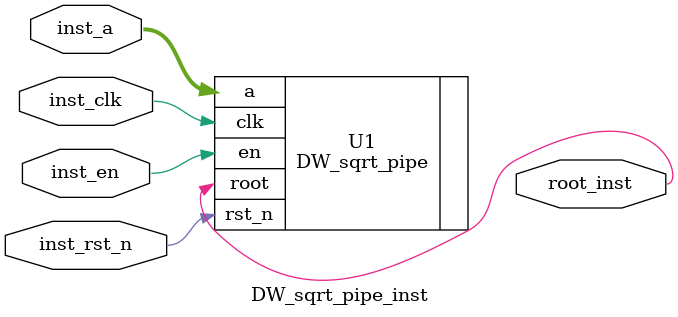
<source format=v>
module DW_sqrt_pipe_inst( inst_clk, inst_rst_n, inst_en, inst_a, root_inst );
  parameter inst_width = 2;
  parameter inst_tc_mode = 0;
  parameter inst_num_stages = 2;
  parameter inst_stall_mode = 1;
  parameter inst_rst_mode = 1;
  parameter inst_op_iso_mode = 0;

  input inst_clk;
  input inst_rst_n;
  input inst_en;
  input [inst_width-1 : 0] inst_a;
  output [(inst_width+1)/2-1 : 0] root_inst;

  // Instance of DW_sqrt_pipe
  DW_sqrt_pipe #(inst_width, inst_tc_mode, inst_num_stages, 
                 inst_stall_mode, inst_rst_mode, inst_op_iso_mode) 
    U1 (.clk(inst_clk),   .rst_n(inst_rst_n),
        .en(inst_en),   .a(inst_a),   .root(root_inst) );
endmodule

</source>
